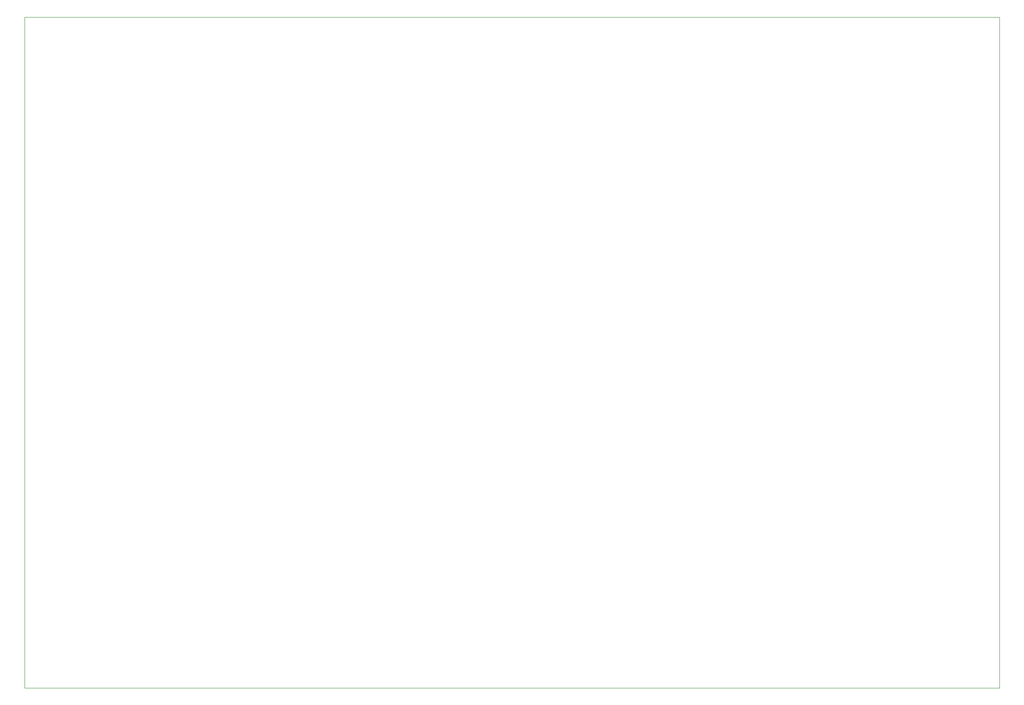
<source format=gbr>
%TF.GenerationSoftware,KiCad,Pcbnew,8.0.6*%
%TF.CreationDate,2025-01-02T10:34:30+08:00*%
%TF.ProjectId,qms_kiosk,716d735f-6b69-46f7-936b-2e6b69636164,rev?*%
%TF.SameCoordinates,Original*%
%TF.FileFunction,Profile,NP*%
%FSLAX46Y46*%
G04 Gerber Fmt 4.6, Leading zero omitted, Abs format (unit mm)*
G04 Created by KiCad (PCBNEW 8.0.6) date 2025-01-02 10:34:30*
%MOMM*%
%LPD*%
G01*
G04 APERTURE LIST*
%TA.AperFunction,Profile*%
%ADD10C,0.050000*%
%TD*%
G04 APERTURE END LIST*
D10*
X49197500Y-25400000D02*
X237437500Y-25400000D01*
X237437500Y-155080000D01*
X49197500Y-155080000D01*
X49197500Y-25400000D01*
M02*

</source>
